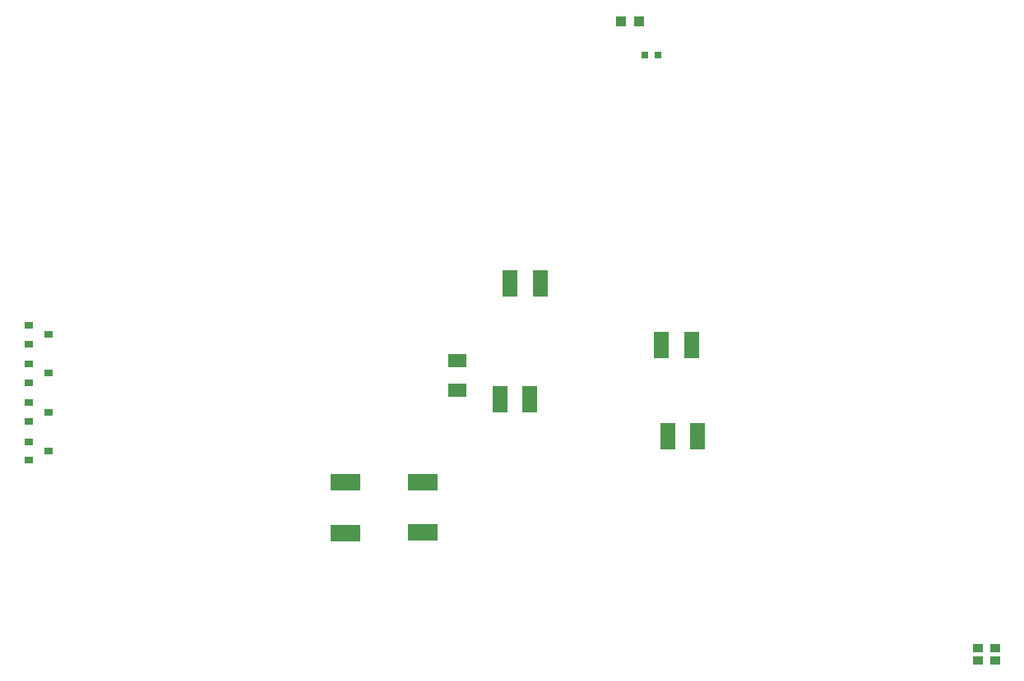
<source format=gbr>
G04*
G04 #@! TF.GenerationSoftware,Altium Limited,Altium Designer,25.0.2 (28)*
G04*
G04 Layer_Color=128*
%FSLAX44Y44*%
%MOMM*%
G71*
G04*
G04 #@! TF.SameCoordinates,1489D581-9A80-4730-A308-F2CAF4F028AF*
G04*
G04*
G04 #@! TF.FilePolarity,Positive*
G04*
G01*
G75*
%ADD32R,1.0000X0.9000*%
%ADD35R,0.9000X0.8000*%
%ADD45R,1.1000X1.1000*%
%ADD102R,3.1500X1.7800*%
%ADD103R,1.9000X1.3500*%
%ADD104R,1.5000X2.8000*%
%ADD105R,0.7000X0.7000*%
D32*
X1931500Y714200D02*
D03*
X1948500D02*
D03*
Y701133D02*
D03*
X1931500D02*
D03*
D35*
X974000Y917215D02*
D03*
X954000Y926715D02*
D03*
Y907715D02*
D03*
X974000Y957107D02*
D03*
X954000Y966608D02*
D03*
Y947607D02*
D03*
X974000Y997000D02*
D03*
X954000Y1006500D02*
D03*
Y987500D02*
D03*
X974000Y1036892D02*
D03*
X954000Y1046393D02*
D03*
Y1027393D02*
D03*
D45*
X1582000Y1359500D02*
D03*
X1564000D02*
D03*
D102*
X1280160Y832370D02*
D03*
Y884670D02*
D03*
X1360000Y832850D02*
D03*
Y885150D02*
D03*
D103*
X1395000Y979500D02*
D03*
Y1010500D02*
D03*
D104*
X1439000Y970000D02*
D03*
X1470000D02*
D03*
X1449500Y1090000D02*
D03*
X1480500D02*
D03*
X1605020Y1026160D02*
D03*
X1636020D02*
D03*
X1642500Y932500D02*
D03*
X1611500D02*
D03*
D105*
X1602000Y1325000D02*
D03*
X1588000D02*
D03*
M02*

</source>
